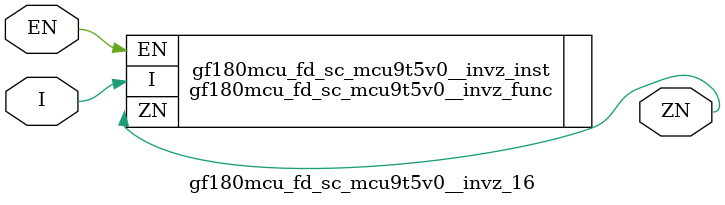
<source format=v>

`ifndef GF180MCU_FD_SC_MCU9T5V0__INVZ_16_V
`define GF180MCU_FD_SC_MCU9T5V0__INVZ_16_V

`include "gf180mcu_fd_sc_mcu9t5v0__invz.v"

`ifdef USE_POWER_PINS
module gf180mcu_fd_sc_mcu9t5v0__invz_16( EN, I, ZN, VDD, VSS );
inout VDD, VSS;
`else // If not USE_POWER_PINS
module gf180mcu_fd_sc_mcu9t5v0__invz_16( EN, I, ZN );
`endif // If not USE_POWER_PINS
input EN, I;
output ZN;

`ifdef USE_POWER_PINS
  gf180mcu_fd_sc_mcu9t5v0__invz_func gf180mcu_fd_sc_mcu9t5v0__invz_inst(.EN(EN),.I(I),.ZN(ZN),.VDD(VDD),.VSS(VSS));
`else // If not USE_POWER_PINS
  gf180mcu_fd_sc_mcu9t5v0__invz_func gf180mcu_fd_sc_mcu9t5v0__invz_inst(.EN(EN),.I(I),.ZN(ZN));
`endif // If not USE_POWER_PINS

`ifndef FUNCTIONAL
	// spec_gates_begin


	// spec_gates_end



   specify

	// specify_block_begin

	// comb arc EN --> ZN
	 (EN => ZN) = (1.0,1.0);

	// comb arc I --> ZN
	 (I => ZN) = (1.0,1.0);

	// specify_block_end

   endspecify

   `endif

endmodule
`endif // GF180MCU_FD_SC_MCU9T5V0__INVZ_16_V

</source>
